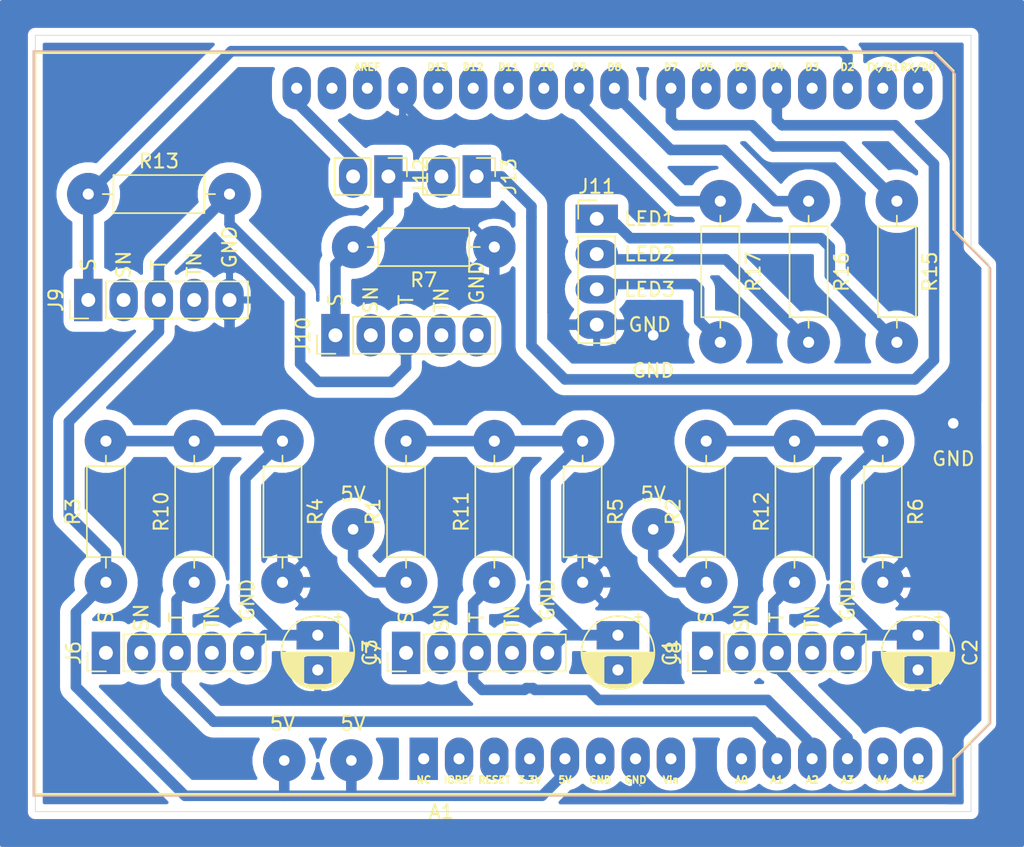
<source format=kicad_pcb>
(kicad_pcb (version 20171130) (host pcbnew 5.1.5-52549c5~84~ubuntu18.04.1)
  (layers (0 F.Cu signal) (31 B.Cu signal) (34 B.Paste user) (35 F.Paste user) (36 B.SilkS user) (37 F.SilkS user) (38 B.Mask user) (39 F.Mask user) (44 Edge.Cuts user))
  (net 0 "")
  (net 1 "Net-(A1-Pad16)")
  (net 2 "Net-(A1-Pad15)")
  (net 3 "Net-(A1-Pad30)")
  (net 4 "Net-(A1-Pad14)")
  (net 5 /GND)
  (net 6 "Net-(A1-Pad13)")
  (net 7 "Net-(A1-Pad28)")
  (net 8 "Net-(A1-Pad12)")
  (net 9 "Net-(A1-Pad27)")
  (net 10 "Net-(A1-Pad11)")
  (net 11 "Net-(A1-Pad26)")
  (net 12 "Net-(A1-Pad10)")
  (net 13 "Net-(A1-Pad25)")
  (net 14 "Net-(A1-Pad9)")
  (net 15 "Net-(A1-Pad24)")
  (net 16 "Net-(A1-Pad8)")
  (net 17 "Net-(A1-Pad23)")
  (net 18 "Net-(A1-Pad22)")
  (net 19 "Net-(A1-Pad6)")
  (net 20 "Net-(A1-Pad21)")
  (net 21 /Collector)
  (net 22 "Net-(A1-Pad20)")
  (net 23 "Net-(A1-Pad4)")
  (net 24 /Emitter)
  (net 25 "Net-(A1-Pad3)")
  (net 26 "Net-(A1-Pad18)")
  (net 27 "Net-(A1-Pad2)")
  (net 28 /Data)
  (net 29 "Net-(A1-Pad1)")
  (net 30 "Net-(A1-Pad31)")
  (net 31 "Net-(A1-Pad32)")
  (net 32 "Net-(C1-Pad1)")
  (net 33 "Net-(C2-Pad1)")
  (net 34 "Net-(C3-Pad1)")
  (net 35 "Net-(D1-Pad2)")
  (net 36 "Net-(D2-Pad2)")
  (net 37 "Net-(D3-Pad2)")
  (net 38 "Net-(J6-Pad4)")
  (net 39 "Net-(J6-Pad2)")
  (net 40 "Net-(J6-Pad1)")
  (net 41 "Net-(J7-Pad4)")
  (net 42 "Net-(J7-Pad2)")
  (net 43 "Net-(J7-Pad1)")
  (net 44 "Net-(J8-Pad4)")
  (net 45 "Net-(J8-Pad2)")
  (net 46 "Net-(J8-Pad1)")
  (net 47 "Net-(J9-Pad4)")
  (net 48 "Net-(J9-Pad2)")
  (net 49 "Net-(J10-Pad5)")
  (net 50 "Net-(J10-Pad4)")
  (net 51 "Net-(J10-Pad2)")
  (net 52 "Net-(A1-Pad19)")
  (module My_Headers:PinHeader_1x02_P2.54mm_Vertical_larger_pads (layer F.Cu) (at 137.16 67.31 270)
    (fp_text reference J13 (at 0 -2.33 90) (layer F.SilkS))
    (fp_text value Conn_01x02_Male hide)
    (pad 2 thru_hole oval (at 0 2.54 270) (size 3.048 2.032) (drill 1) (layers *.Cu *.Mask) (net 24 /Emitter))
    (pad 1 thru_hole rect (at 0 0 270) (size 3.048 2.032) (drill 1) (layers *.Cu *.Mask) (net 52 "Net-(A1-Pad19)"))
  )
  (module My_Headers:PinHeader_1x02_P2.54mm_Vertical_larger_pads (layer F.Cu) (at 130.81 67.31 270)
    (fp_text reference J12 (at 0 -2.33 90) (layer F.SilkS))
    (fp_text value Conn_01x02_Male hide)
    (pad 2 thru_hole oval (at 0 2.54 270) (size 3.048 2.032) (drill 1) (layers *.Cu *.Mask) (net 31 "Net-(A1-Pad32)"))
    (pad 1 thru_hole rect (at 0 0 270) (size 3.048 2.032) (drill 1) (layers *.Cu *.Mask) (net 24 /Emitter))
  )
  (module My_Headers:4-pin_3_LED_header_larger_pads (layer F.Cu) (at 145.796 70.358)
    (fp_text reference J11 (at 0 -2.33) (layer F.SilkS))
    (fp_text value 4-pin_3LED_header hide)
    (fp_text user GND (at 3.81 7.62) (layer F.SilkS))
    (fp_text user LED3 (at 3.81 5.08) (layer F.SilkS))
    (fp_text user LED2 (at 3.81 2.54) (layer F.SilkS))
    (fp_text user LED1 (at 3.81 0) (layer F.SilkS))
    (pad 4 thru_hole oval (at 0 7.62) (size 3.048 2.032) (drill 1) (layers *.Cu *.Mask) (net 5 /GND))
    (pad 3 thru_hole oval (at 0 5.08) (size 3.048 2.032) (drill 1) (layers *.Cu *.Mask) (net 37 "Net-(D3-Pad2)"))
    (pad 2 thru_hole oval (at 0 2.54) (size 3.048 2.032) (drill 1) (layers *.Cu *.Mask) (net 36 "Net-(D2-Pad2)"))
    (pad 1 thru_hole rect (at 0 0) (size 3.048 2.032) (drill 1) (layers *.Cu *.Mask) (net 35 "Net-(D1-Pad2)"))
  )
  (module My_Misc:CP_Radial_D5.0mm_P2.50mm_larger_pads (layer F.Cu) (at 125.73 100.33 270)
    (fp_text reference C3 (at 1.25 -3.75 90) (layer F.SilkS))
    (fp_text value 10u)
    (pad 2 thru_hole oval (at 2.5 0 270) (size 2.032 3.048) (drill 0.8) (layers *.Cu *.Mask) (net 5 /GND))
    (pad 1 thru_hole rect (at 0 0 270) (size 2.032 3.048) (drill 0.8) (layers *.Cu *.Mask) (net 34 "Net-(C3-Pad1)"))
  )
  (module My_Misc:CP_Radial_D5.0mm_P2.50mm_larger_pads (layer F.Cu) (at 168.91 100.33 270)
    (fp_text reference C2 (at 1.25 -3.75 90) (layer F.SilkS))
    (fp_text value 10u)
    (pad 2 thru_hole oval (at 2.5 0 270) (size 2.032 3.048) (drill 0.8) (layers *.Cu *.Mask) (net 5 /GND))
    (pad 1 thru_hole rect (at 0 0 270) (size 2.032 3.048) (drill 0.8) (layers *.Cu *.Mask) (net 33 "Net-(C2-Pad1)"))
  )
  (module My_Misc:CP_Radial_D5.0mm_P2.50mm_larger_pads (layer F.Cu) (at 147.32 100.33 270)
    (fp_text reference C1 (at 1.25 -3.75 90) (layer F.SilkS))
    (fp_text value 10u)
    (pad 2 thru_hole oval (at 2.5 0 270) (size 2.032 3.048) (drill 0.8) (layers *.Cu *.Mask) (net 5 /GND))
    (pad 1 thru_hole rect (at 0 0 270) (size 2.032 3.048) (drill 0.8) (layers *.Cu *.Mask) (net 32 "Net-(C1-Pad1)"))
  )
  (module My_Misc:R_Axial_DIN0207_L6.3mm_D2.5mm_P10.16mm_Horizontal_larger_pads (layer F.Cu) (at 154.686 69.088 270)
    (fp_text reference R17 (at 5.08 -2.37 90) (layer F.SilkS))
    (fp_text value 220R)
    (pad 1 thru_hole circle (at 0 0 270) (size 3.048 3.048) (drill 0.8) (layers *.Cu *.Mask) (net 15 "Net-(A1-Pad24)"))
    (pad 2 thru_hole circle (at 10.16 0 270) (size 3.048 3.048) (drill 0.8) (layers *.Cu *.Mask) (net 37 "Net-(D3-Pad2)"))
  )
  (module My_Misc:R_Axial_DIN0207_L6.3mm_D2.5mm_P10.16mm_Horizontal_larger_pads (layer F.Cu) (at 161.036 69.088 270)
    (fp_text reference R16 (at 5.08 -2.37 90) (layer F.SilkS))
    (fp_text value 220R)
    (pad 1 thru_hole circle (at 0 0 270) (size 3.048 3.048) (drill 0.8) (layers *.Cu *.Mask) (net 17 "Net-(A1-Pad23)"))
    (pad 2 thru_hole circle (at 10.16 0 270) (size 3.048 3.048) (drill 0.8) (layers *.Cu *.Mask) (net 36 "Net-(D2-Pad2)"))
  )
  (module My_Misc:R_Axial_DIN0207_L6.3mm_D2.5mm_P10.16mm_Horizontal_larger_pads (layer F.Cu) (at 167.386 69.088 270)
    (fp_text reference R15 (at 5.08 -2.37 90) (layer F.SilkS))
    (fp_text value 220R)
    (pad 1 thru_hole circle (at 0 0 270) (size 3.048 3.048) (drill 0.8) (layers *.Cu *.Mask) (net 18 "Net-(A1-Pad22)"))
    (pad 2 thru_hole circle (at 10.16 0 270) (size 3.048 3.048) (drill 0.8) (layers *.Cu *.Mask) (net 35 "Net-(D1-Pad2)"))
  )
  (module My_Misc:R_Axial_DIN0207_L6.3mm_D2.5mm_P10.16mm_Horizontal_larger_pads (layer F.Cu) (at 109.22 68.58)
    (fp_text reference R13 (at 5.08 -2.37) (layer F.SilkS))
    (fp_text value 4.7k)
    (pad 2 thru_hole circle (at 10.16 0) (size 3.048 3.048) (drill 0.8) (layers *.Cu *.Mask) (net 21 /Collector))
    (pad 1 thru_hole circle (at 0 0) (size 3.048 3.048) (drill 0.8) (layers *.Cu *.Mask) (net 28 /Data))
  )
  (module My_Misc:R_Axial_DIN0207_L6.3mm_D2.5mm_P10.16mm_Horizontal_larger_pads (layer F.Cu) (at 160.02 96.52 90)
    (fp_text reference R12 (at 5.08 -2.37 90) (layer F.SilkS))
    (fp_text value 33R)
    (pad 1 thru_hole circle (at 0 0 90) (size 3.048 3.048) (drill 0.8) (layers *.Cu *.Mask) (net 8 "Net-(A1-Pad12)"))
    (pad 2 thru_hole circle (at 10.16 0 90) (size 3.048 3.048) (drill 0.8) (layers *.Cu *.Mask) (net 33 "Net-(C2-Pad1)"))
  )
  (module My_Misc:R_Axial_DIN0207_L6.3mm_D2.5mm_P10.16mm_Horizontal_larger_pads (layer F.Cu) (at 138.43 96.52 90)
    (fp_text reference R11 (at 5.08 -2.37 90) (layer F.SilkS))
    (fp_text value 33R)
    (pad 2 thru_hole circle (at 10.16 0 90) (size 3.048 3.048) (drill 0.8) (layers *.Cu *.Mask) (net 32 "Net-(C1-Pad1)"))
    (pad 1 thru_hole circle (at 0 0 90) (size 3.048 3.048) (drill 0.8) (layers *.Cu *.Mask) (net 10 "Net-(A1-Pad11)"))
  )
  (module My_Misc:R_Axial_DIN0207_L6.3mm_D2.5mm_P10.16mm_Horizontal_larger_pads (layer F.Cu) (at 116.84 96.52 90)
    (fp_text reference R10 (at 5.08 -2.37 90) (layer F.SilkS))
    (fp_text value 33R)
    (pad 2 thru_hole circle (at 10.16 0 90) (size 3.048 3.048) (drill 0.8) (layers *.Cu *.Mask) (net 34 "Net-(C3-Pad1)"))
    (pad 1 thru_hole circle (at 0 0 90) (size 3.048 3.048) (drill 0.8) (layers *.Cu *.Mask) (net 12 "Net-(A1-Pad10)"))
  )
  (module My_Misc:R_Axial_DIN0207_L6.3mm_D2.5mm_P10.16mm_Horizontal_larger_pads (layer F.Cu) (at 138.43 72.39 180)
    (fp_text reference R7 (at 5.08 -2.37) (layer F.SilkS))
    (fp_text value 1k)
    (pad 2 thru_hole circle (at 10.16 0 180) (size 3.048 3.048) (drill 0.8) (layers *.Cu *.Mask) (net 24 /Emitter))
    (pad 1 thru_hole circle (at 0 0 180) (size 3.048 3.048) (drill 0.8) (layers *.Cu *.Mask) (net 5 /GND))
  )
  (module My_Misc:R_Axial_DIN0207_L6.3mm_D2.5mm_P10.16mm_Horizontal_larger_pads (layer F.Cu) (at 166.37 86.36 270)
    (fp_text reference R6 (at 5.08 -2.37 90) (layer F.SilkS))
    (fp_text value 10k)
    (pad 1 thru_hole circle (at 0 0 270) (size 3.048 3.048) (drill 0.8) (layers *.Cu *.Mask) (net 33 "Net-(C2-Pad1)"))
    (pad 2 thru_hole circle (at 10.16 0 270) (size 3.048 3.048) (drill 0.8) (layers *.Cu *.Mask) (net 5 /GND))
  )
  (module My_Misc:R_Axial_DIN0207_L6.3mm_D2.5mm_P10.16mm_Horizontal_larger_pads (layer F.Cu) (at 144.78 86.36 270)
    (fp_text reference R5 (at 5.08 -2.37 90) (layer F.SilkS))
    (fp_text value 10k)
    (pad 2 thru_hole circle (at 10.16 0 270) (size 3.048 3.048) (drill 0.8) (layers *.Cu *.Mask) (net 5 /GND))
    (pad 1 thru_hole circle (at 0 0 270) (size 3.048 3.048) (drill 0.8) (layers *.Cu *.Mask) (net 32 "Net-(C1-Pad1)"))
  )
  (module My_Misc:R_Axial_DIN0207_L6.3mm_D2.5mm_P10.16mm_Horizontal_larger_pads (layer F.Cu) (at 123.19 86.36 270)
    (fp_text reference R4 (at 5.08 -2.37 90) (layer F.SilkS))
    (fp_text value 10k)
    (pad 2 thru_hole circle (at 10.16 0 270) (size 3.048 3.048) (drill 0.8) (layers *.Cu *.Mask) (net 5 /GND))
    (pad 1 thru_hole circle (at 0 0 270) (size 3.048 3.048) (drill 0.8) (layers *.Cu *.Mask) (net 34 "Net-(C3-Pad1)"))
  )
  (module My_Misc:R_Axial_DIN0207_L6.3mm_D2.5mm_P10.16mm_Horizontal_larger_pads (layer F.Cu) (at 110.49 96.52 90)
    (fp_text reference R3 (at 5.08 -2.37 90) (layer F.SilkS))
    (fp_text value 10k)
    (pad 2 thru_hole circle (at 10.16 0 90) (size 3.048 3.048) (drill 0.8) (layers *.Cu *.Mask) (net 34 "Net-(C3-Pad1)"))
    (pad 1 thru_hole circle (at 0 0 90) (size 3.048 3.048) (drill 0.8) (layers *.Cu *.Mask) (net 21 /Collector))
  )
  (module My_Misc:R_Axial_DIN0207_L6.3mm_D2.5mm_P10.16mm_Horizontal_larger_pads (layer F.Cu) (at 153.67 96.52 90)
    (fp_text reference R2 (at 5.08 -2.37 90) (layer F.SilkS))
    (fp_text value 10k)
    (pad 1 thru_hole circle (at 0 0 90) (size 3.048 3.048) (drill 0.8) (layers *.Cu *.Mask) (net 21 /Collector))
    (pad 2 thru_hole circle (at 10.16 0 90) (size 3.048 3.048) (drill 0.8) (layers *.Cu *.Mask) (net 33 "Net-(C2-Pad1)"))
  )
  (module My_Misc:R_Axial_DIN0207_L6.3mm_D2.5mm_P10.16mm_Horizontal_larger_pads (layer F.Cu) (at 132.08 96.52 90)
    (fp_text reference R1 (at 5.08 -2.37 90) (layer F.SilkS))
    (fp_text value 10k)
    (pad 2 thru_hole circle (at 10.16 0 90) (size 3.048 3.048) (drill 0.8) (layers *.Cu *.Mask) (net 32 "Net-(C1-Pad1)"))
    (pad 1 thru_hole circle (at 0 0 90) (size 3.048 3.048) (drill 0.8) (layers *.Cu *.Mask) (net 21 /Collector))
  )
  (module My_Headers:5-pin_3,5mm_audio_jack_header_larger_pads (layer F.Cu) (at 127 78.74 90)
    (fp_text reference J10 (at 0 -2.33 90) (layer F.SilkS))
    (fp_text value 5-pin_3-pole_3,5mm_audio_header hide)
    (fp_text user GND (at 3.81 10.16 90) (layer F.SilkS))
    (fp_text user TN (at 2.54 7.62 90) (layer F.SilkS))
    (fp_text user T (at 2.54 5.08 90) (layer F.SilkS))
    (fp_text user SN (at 2.54 2.54 90) (layer F.SilkS))
    (fp_text user S (at 2.54 0 90) (layer F.SilkS))
    (pad 5 thru_hole oval (at 0 10.16 90) (size 3.048 2.032) (drill 1) (layers *.Cu *.Mask) (net 49 "Net-(J10-Pad5)"))
    (pad 4 thru_hole oval (at 0 7.62 90) (size 3.048 2.032) (drill 1) (layers *.Cu *.Mask) (net 50 "Net-(J10-Pad4)"))
    (pad 3 thru_hole oval (at 0 5.08 90) (size 3.048 2.032) (drill 1) (layers *.Cu *.Mask) (net 21 /Collector))
    (pad 2 thru_hole oval (at 0 2.54 90) (size 3.048 2.032) (drill 1) (layers *.Cu *.Mask) (net 51 "Net-(J10-Pad2)"))
    (pad 1 thru_hole rect (at 0 0 90) (size 3.048 2.032) (drill 1) (layers *.Cu *.Mask) (net 24 /Emitter))
  )
  (module My_Headers:5-pin_3,5mm_audio_jack_header_larger_pads (layer F.Cu) (at 109.22 76.2 90)
    (fp_text reference J9 (at 0 -2.33 90) (layer F.SilkS))
    (fp_text value 5-pin_3-pole_3,5mm_audio_header hide)
    (fp_text user GND (at 3.81 10.16 90) (layer F.SilkS))
    (fp_text user TN (at 2.54 7.62 90) (layer F.SilkS))
    (fp_text user T (at 2.54 5.08 90) (layer F.SilkS))
    (fp_text user SN (at 2.54 2.54 90) (layer F.SilkS))
    (fp_text user S (at 2.54 0 90) (layer F.SilkS))
    (pad 5 thru_hole oval (at 0 10.16 90) (size 3.048 2.032) (drill 1) (layers *.Cu *.Mask) (net 5 /GND))
    (pad 4 thru_hole oval (at 0 7.62 90) (size 3.048 2.032) (drill 1) (layers *.Cu *.Mask) (net 47 "Net-(J9-Pad4)"))
    (pad 3 thru_hole oval (at 0 5.08 90) (size 3.048 2.032) (drill 1) (layers *.Cu *.Mask) (net 21 /Collector))
    (pad 2 thru_hole oval (at 0 2.54 90) (size 3.048 2.032) (drill 1) (layers *.Cu *.Mask) (net 48 "Net-(J9-Pad2)"))
    (pad 1 thru_hole rect (at 0 0 90) (size 3.048 2.032) (drill 1) (layers *.Cu *.Mask) (net 28 /Data))
  )
  (module My_Headers:5-pin_3,5mm_audio_jack_header_larger_pads (layer F.Cu) (at 153.67 101.6 90)
    (fp_text reference J8 (at 0 -2.33 90) (layer F.SilkS))
    (fp_text value 5-pin_3-pole_3,5mm_audio_header hide)
    (fp_text user GND (at 3.81 10.16 90) (layer F.SilkS))
    (fp_text user TN (at 2.54 7.62 90) (layer F.SilkS))
    (fp_text user T (at 2.54 5.08 90) (layer F.SilkS))
    (fp_text user SN (at 2.54 2.54 90) (layer F.SilkS))
    (fp_text user S (at 2.54 0 90) (layer F.SilkS))
    (pad 5 thru_hole oval (at 0 10.16 90) (size 3.048 2.032) (drill 1) (layers *.Cu *.Mask) (net 33 "Net-(C2-Pad1)"))
    (pad 4 thru_hole oval (at 0 7.62 90) (size 3.048 2.032) (drill 1) (layers *.Cu *.Mask) (net 44 "Net-(J8-Pad4)"))
    (pad 3 thru_hole oval (at 0 5.08 90) (size 3.048 2.032) (drill 1) (layers *.Cu *.Mask) (net 8 "Net-(A1-Pad12)"))
    (pad 2 thru_hole oval (at 0 2.54 90) (size 3.048 2.032) (drill 1) (layers *.Cu *.Mask) (net 45 "Net-(J8-Pad2)"))
    (pad 1 thru_hole rect (at 0 0 90) (size 3.048 2.032) (drill 1) (layers *.Cu *.Mask) (net 46 "Net-(J8-Pad1)"))
  )
  (module My_Headers:5-pin_3,5mm_audio_jack_header_larger_pads (layer F.Cu) (at 132.08 101.6 90)
    (fp_text reference J7 (at 0 -2.33 90) (layer F.SilkS))
    (fp_text value 5-pin_3-pole_3,5mm_audio_header hide)
    (fp_text user GND (at 3.81 10.16 90) (layer F.SilkS))
    (fp_text user TN (at 2.54 7.62 90) (layer F.SilkS))
    (fp_text user T (at 2.54 5.08 90) (layer F.SilkS))
    (fp_text user SN (at 2.54 2.54 90) (layer F.SilkS))
    (fp_text user S (at 2.54 0 90) (layer F.SilkS))
    (pad 5 thru_hole oval (at 0 10.16 90) (size 3.048 2.032) (drill 1) (layers *.Cu *.Mask) (net 32 "Net-(C1-Pad1)"))
    (pad 4 thru_hole oval (at 0 7.62 90) (size 3.048 2.032) (drill 1) (layers *.Cu *.Mask) (net 41 "Net-(J7-Pad4)"))
    (pad 3 thru_hole oval (at 0 5.08 90) (size 3.048 2.032) (drill 1) (layers *.Cu *.Mask) (net 10 "Net-(A1-Pad11)"))
    (pad 2 thru_hole oval (at 0 2.54 90) (size 3.048 2.032) (drill 1) (layers *.Cu *.Mask) (net 42 "Net-(J7-Pad2)"))
    (pad 1 thru_hole rect (at 0 0 90) (size 3.048 2.032) (drill 1) (layers *.Cu *.Mask) (net 43 "Net-(J7-Pad1)"))
  )
  (module My_Headers:5-pin_3,5mm_audio_jack_header_larger_pads (layer F.Cu) (at 110.49 101.6 90)
    (fp_text reference J6 (at 0 -2.33 90) (layer F.SilkS))
    (fp_text value 5-pin_3-pole_3,5mm_audio_header hide)
    (fp_text user GND (at 3.81 10.16 90) (layer F.SilkS))
    (fp_text user TN (at 2.54 7.62 90) (layer F.SilkS))
    (fp_text user T (at 2.54 5.08 90) (layer F.SilkS))
    (fp_text user SN (at 2.54 2.54 90) (layer F.SilkS))
    (fp_text user S (at 2.54 0 90) (layer F.SilkS))
    (pad 5 thru_hole oval (at 0 10.16 90) (size 3.048 2.032) (drill 1) (layers *.Cu *.Mask) (net 34 "Net-(C3-Pad1)"))
    (pad 4 thru_hole oval (at 0 7.62 90) (size 3.048 2.032) (drill 1) (layers *.Cu *.Mask) (net 38 "Net-(J6-Pad4)"))
    (pad 3 thru_hole oval (at 0 5.08 90) (size 3.048 2.032) (drill 1) (layers *.Cu *.Mask) (net 12 "Net-(A1-Pad10)"))
    (pad 2 thru_hole oval (at 0 2.54 90) (size 3.048 2.032) (drill 1) (layers *.Cu *.Mask) (net 39 "Net-(J6-Pad2)"))
    (pad 1 thru_hole rect (at 0 0 90) (size 3.048 2.032) (drill 1) (layers *.Cu *.Mask) (net 40 "Net-(J6-Pad1)"))
  )
  (module My_Arduino:Arduino_UNO_R3_shield_larger_pads (layer F.Cu) (at 133.35 109.22)
    (fp_text reference A1 (at 1.27 3.81 180) (layer F.SilkS))
    (fp_text value Arduino_UNO_R3 hide)
    (fp_text user A5 (at 35.56 1.524) (layer F.SilkS) (effects (font (size 0.508 0.508) (thickness 0.127))))
    (fp_text user A4 (at 33.02 1.524) (layer F.SilkS) (effects (font (size 0.508 0.508) (thickness 0.127))))
    (fp_text user AREF (at -4.064 -49.784) (layer F.SilkS) (effects (font (size 0.508 0.508) (thickness 0.127))))
    (fp_text user GND (at 12.7 1.524) (layer F.SilkS) (effects (font (size 0.508 0.508) (thickness 0.127))))
    (fp_text user D13 (at 1.016 -49.784) (layer F.SilkS) (effects (font (size 0.508 0.508) (thickness 0.127))))
    (fp_text user D12 (at 3.556 -49.784) (layer F.SilkS) (effects (font (size 0.508 0.508) (thickness 0.127))))
    (fp_text user D11 (at 6.096 -49.784) (layer F.SilkS) (effects (font (size 0.508 0.508) (thickness 0.127))))
    (fp_text user D10 (at 8.636 -49.784) (layer F.SilkS) (effects (font (size 0.508 0.508) (thickness 0.127))))
    (fp_text user D9 (at 11.176 -49.784) (layer F.SilkS) (effects (font (size 0.508 0.508) (thickness 0.127))))
    (fp_text user D8 (at 13.716 -49.784) (layer F.SilkS) (effects (font (size 0.508 0.508) (thickness 0.127))))
    (fp_text user D7 (at 17.78 -49.784) (layer F.SilkS) (effects (font (size 0.508 0.508) (thickness 0.127))))
    (fp_text user D6 (at 20.32 -49.784) (layer F.SilkS) (effects (font (size 0.508 0.508) (thickness 0.127))))
    (fp_text user D5 (at 22.86 -49.784) (layer F.SilkS) (effects (font (size 0.508 0.508) (thickness 0.127))))
    (fp_text user D4 (at 25.4 -49.784) (layer F.SilkS) (effects (font (size 0.508 0.508) (thickness 0.127))))
    (fp_text user D3 (at 27.94 -49.784) (layer F.SilkS) (effects (font (size 0.508 0.508) (thickness 0.127))))
    (fp_text user D2 (at 30.48 -49.784) (layer F.SilkS) (effects (font (size 0.508 0.508) (thickness 0.127))))
    (fp_text user TX/D1 (at 33.02 -49.784) (layer F.SilkS) (effects (font (size 0.508 0.508) (thickness 0.127))))
    (fp_text user RX/D0 (at 35.56 -49.784) (layer F.SilkS) (effects (font (size 0.508 0.508) (thickness 0.127))))
    (fp_text user A5 (at 35.56 1.524) (layer F.SilkS) (effects (font (size 0.508 0.508) (thickness 0.127))))
    (fp_text user A4 (at 33.02 1.524) (layer F.SilkS) (effects (font (size 0.508 0.508) (thickness 0.127))))
    (fp_text user A3 (at 30.48 1.524) (layer F.SilkS) (effects (font (size 0.508 0.508) (thickness 0.127))))
    (fp_text user A2 (at 27.94 1.524) (layer F.SilkS) (effects (font (size 0.508 0.508) (thickness 0.127))))
    (fp_text user A1 (at 25.4 1.524) (layer F.SilkS) (effects (font (size 0.508 0.508) (thickness 0.127))))
    (fp_text user A0 (at 22.86 1.524) (layer F.SilkS) (effects (font (size 0.508 0.508) (thickness 0.127))))
    (fp_text user Vin (at 17.78 1.524) (layer F.SilkS) (effects (font (size 0.508 0.508) (thickness 0.127))))
    (fp_text user GND (at 15.24 1.524) (layer F.SilkS) (effects (font (size 0.508 0.508) (thickness 0.127))))
    (fp_text user GND (at 12.7 1.524) (layer F.SilkS) (effects (font (size 0.508 0.508) (thickness 0.127))))
    (fp_text user RESET (at 5.08 1.524) (layer F.SilkS) (effects (font (size 0.508 0.508) (thickness 0.127))))
    (fp_text user 5V (at 10.16 1.524) (layer F.SilkS) (effects (font (size 0.508 0.508) (thickness 0.127))))
    (fp_text user 3.3V (at 7.62 1.524) (layer F.SilkS) (effects (font (size 0.508 0.508) (thickness 0.127))))
    (fp_text user IOREF (at 2.54 1.524) (layer F.SilkS) (effects (font (size 0.508 0.508) (thickness 0.127))))
    (fp_text user NC (at 0 1.524) (layer F.SilkS) (effects (font (size 0.508 0.508) (thickness 0.127))))
    (pad 16 thru_hole oval (at 33.02 -48.26 270) (size 3.048 2.032) (drill 0.8) (layers *.Cu *.Mask) (net 1 "Net-(A1-Pad16)"))
    (pad 15 thru_hole oval (at 35.56 -48.26 270) (size 3.048 2.032) (drill 0.8) (layers *.Cu *.Mask) (net 2 "Net-(A1-Pad15)"))
    (pad 30 thru_hole oval (at -4.06 -48.26 270) (size 3.048 2.032) (drill 0.8) (layers *.Cu *.Mask) (net 3 "Net-(A1-Pad30)"))
    (pad 14 thru_hole oval (at 35.56 0 270) (size 3.048 2.032) (drill 0.8) (layers *.Cu *.Mask) (net 4 "Net-(A1-Pad14)"))
    (pad 29 thru_hole oval (at -1.52 -48.26 270) (size 3.048 2.032) (drill 0.8) (layers *.Cu *.Mask) (net 5 /GND))
    (pad 13 thru_hole oval (at 33.02 0 270) (size 3.048 2.032) (drill 0.8) (layers *.Cu *.Mask) (net 6 "Net-(A1-Pad13)"))
    (pad 28 thru_hole oval (at 1.02 -48.26 270) (size 3.048 2.032) (drill 0.8) (layers *.Cu *.Mask) (net 7 "Net-(A1-Pad28)"))
    (pad 12 thru_hole oval (at 30.48 0 270) (size 3.048 2.032) (drill 0.8) (layers *.Cu *.Mask) (net 8 "Net-(A1-Pad12)"))
    (pad 27 thru_hole oval (at 3.56 -48.26 270) (size 3.048 2.032) (drill 0.8) (layers *.Cu *.Mask) (net 9 "Net-(A1-Pad27)"))
    (pad 11 thru_hole oval (at 27.94 0 270) (size 3.048 2.032) (drill 0.8) (layers *.Cu *.Mask) (net 10 "Net-(A1-Pad11)"))
    (pad 26 thru_hole oval (at 6.1 -48.26 270) (size 3.048 2.032) (drill 0.8) (layers *.Cu *.Mask) (net 11 "Net-(A1-Pad26)"))
    (pad 10 thru_hole oval (at 25.4 0 270) (size 3.048 2.032) (drill 0.8) (layers *.Cu *.Mask) (net 12 "Net-(A1-Pad10)"))
    (pad 25 thru_hole oval (at 8.64 -48.26 270) (size 3.048 2.032) (drill 0.8) (layers *.Cu *.Mask) (net 13 "Net-(A1-Pad25)"))
    (pad 9 thru_hole oval (at 22.86 0 270) (size 3.048 2.032) (drill 0.8) (layers *.Cu *.Mask) (net 14 "Net-(A1-Pad9)"))
    (pad 24 thru_hole oval (at 11.18 -48.26 270) (size 3.048 2.032) (drill 0.8) (layers *.Cu *.Mask) (net 15 "Net-(A1-Pad24)"))
    (pad 8 thru_hole oval (at 17.78 0 270) (size 3.048 2.032) (drill 0.8) (layers *.Cu *.Mask) (net 16 "Net-(A1-Pad8)"))
    (pad 23 thru_hole oval (at 13.72 -48.26 270) (size 3.048 2.032) (drill 0.8) (layers *.Cu *.Mask) (net 17 "Net-(A1-Pad23)"))
    (pad 7 thru_hole oval (at 15.24 0 270) (size 3.048 2.032) (drill 0.8) (layers *.Cu *.Mask) (net 5 /GND))
    (pad 22 thru_hole oval (at 17.78 -48.26 270) (size 3.048 2.032) (drill 0.8) (layers *.Cu *.Mask) (net 18 "Net-(A1-Pad22)"))
    (pad 6 thru_hole oval (at 12.7 0 270) (size 3.048 2.032) (drill 0.8) (layers *.Cu *.Mask) (net 19 "Net-(A1-Pad6)"))
    (pad 21 thru_hole oval (at 20.32 -48.26 270) (size 3.048 2.032) (drill 0.8) (layers *.Cu *.Mask) (net 20 "Net-(A1-Pad21)"))
    (pad 5 thru_hole oval (at 10.16 0 270) (size 3.048 2.032) (drill 0.8) (layers *.Cu *.Mask) (net 21 /Collector))
    (pad 20 thru_hole oval (at 22.86 -48.26 270) (size 3.048 2.032) (drill 0.8) (layers *.Cu *.Mask) (net 22 "Net-(A1-Pad20)"))
    (pad 4 thru_hole oval (at 7.62 0 270) (size 3.048 2.032) (drill 0.8) (layers *.Cu *.Mask) (net 23 "Net-(A1-Pad4)"))
    (pad 19 thru_hole oval (at 25.4 -48.26 270) (size 3.048 2.032) (drill 0.8) (layers *.Cu *.Mask) (net 52 "Net-(A1-Pad19)"))
    (pad 3 thru_hole oval (at 5.08 0 270) (size 3.048 2.032) (drill 0.8) (layers *.Cu *.Mask) (net 25 "Net-(A1-Pad3)"))
    (pad 18 thru_hole oval (at 27.94 -48.26 270) (size 3.048 2.032) (drill 0.8) (layers *.Cu *.Mask) (net 26 "Net-(A1-Pad18)"))
    (pad 2 thru_hole oval (at 2.54 0 270) (size 3.048 2.032) (drill 0.8) (layers *.Cu *.Mask) (net 27 "Net-(A1-Pad2)"))
    (pad 17 thru_hole oval (at 30.48 -48.26 270) (size 3.048 2.032) (drill 0.8) (layers *.Cu *.Mask) (net 28 /Data))
    (pad 1 thru_hole rect (at 0 0 270) (size 3.048 2.032) (drill 0.8) (layers *.Cu *.Mask) (net 29 "Net-(A1-Pad1)"))
    (pad 31 thru_hole oval (at -6.6 -48.26 270) (size 3.048 2.032) (drill 0.8) (layers *.Cu *.Mask) (net 30 "Net-(A1-Pad31)"))
    (pad 32 thru_hole oval (at -9.14 -48.26 270) (size 3.048 2.032) (drill 0.8) (layers *.Cu *.Mask) (net 31 "Net-(A1-Pad32)"))
  )
  (gr_line (start 173.99 73.66) (end 173.99 106.68) (layer Edge.Cuts) (width 0.05))
  (gr_line (start 173.99 73.66) (end 172.72 72.39) (layer Edge.Cuts) (width 0.05))
  (gr_line (start 172.72 107.95) (end 173.99 106.68) (layer Edge.Cuts) (width 0.05))
  (gr_text 5V (at 123.19 106.68) (layer F.SilkS) (effects (font (size 1 1))))
  (gr_text 5V (at 128.27 106.68) (layer F.SilkS) (effects (font (size 1 1))))
  (gr_text 5V (at 128.27 90.17) (layer F.SilkS) (effects (font (size 1 1))))
  (gr_text 5V (at 149.86 90.17) (layer F.SilkS) (effects (font (size 1 1))))
  (gr_text GND (at 149.86 81.28) (layer F.SilkS) (effects (font (size 1 1))))
  (gr_text GND (at 171.45 87.63) (layer F.SilkS) (effects (font (size 1 1))))
  (gr_line (start 105.41 57.15) (end 105.41 113.03) (layer Edge.Cuts) (width 0.05))
  (gr_line (start 172.72 57.15) (end 105.41 57.15) (layer Edge.Cuts) (width 0.05))
  (gr_line (start 172.72 72.39) (end 172.72 57.15) (layer Edge.Cuts) (width 0.05))
  (gr_line (start 172.72 113.03) (end 105.41 113.03) (layer Edge.Cuts) (width 0.05))
  (gr_line (start 172.72 107.95) (end 173.99 106.68) (layer Edge.Cuts) (width 0.05))
  (gr_line (start 172.72 113.03) (end 172.72 107.95) (layer Edge.Cuts) (width 0.05))
  (segment (start 171.06901 110.622291) (end 171.06901 105.02901) (width 0.762) (layer B.Cu) (net 5))
  (segment (start 169.804291 111.88701) (end 171.06901 110.622291) (width 0.762) (layer B.Cu) (net 5))
  (segment (start 150.235709 111.88701) (end 169.804291 111.88701) (width 0.762) (layer B.Cu) (net 5))
  (segment (start 148.97099 110.622291) (end 150.235709 111.88701) (width 0.762) (layer B.Cu) (net 5))
  (segment (start 148.59 109.22) (end 148.97099 109.60099) (width 0.762) (layer B.Cu) (net 5))
  (segment (start 148.97099 109.60099) (end 148.97099 110.622291) (width 0.762) (layer B.Cu) (net 5))
  (segment (start 171.06901 105.02901) (end 168.91 102.87) (width 0.762) (layer B.Cu) (net 5))
  (segment (start 169.697402 96.52) (end 168.525261 96.52) (width 0.762) (layer B.Cu) (net 5))
  (segment (start 171.577001 98.399599) (end 169.697402 96.52) (width 0.762) (layer B.Cu) (net 5))
  (segment (start 171.577001 102.260401) (end 171.577001 98.399599) (width 0.762) (layer B.Cu) (net 5))
  (segment (start 168.91 102.87) (end 170.967402 102.87) (width 0.762) (layer B.Cu) (net 5))
  (segment (start 170.967402 102.87) (end 171.577001 102.260401) (width 0.762) (layer B.Cu) (net 5))
  (segment (start 168.525261 96.52) (end 166.37 96.52) (width 0.762) (layer B.Cu) (net 5))
  (segment (start 144.78 91.302838) (end 144.78 94.364739) (width 0.762) (layer B.Cu) (net 5))
  (segment (start 152.389839 83.692999) (end 144.78 91.302838) (width 0.762) (layer B.Cu) (net 5))
  (segment (start 167.650161 83.692999) (end 152.389839 83.692999) (width 0.762) (layer B.Cu) (net 5))
  (segment (start 169.037001 85.079839) (end 167.650161 83.692999) (width 0.762) (layer B.Cu) (net 5))
  (segment (start 166.37 96.52) (end 169.037001 93.852999) (width 0.762) (layer B.Cu) (net 5))
  (segment (start 169.037001 93.852999) (end 169.037001 85.079839) (width 0.762) (layer B.Cu) (net 5))
  (segment (start 144.78 94.364739) (end 144.78 96.52) (width 0.762) (layer B.Cu) (net 5))
  (segment (start 149.987001 102.742999) (end 149.86 102.87) (width 0.762) (layer B.Cu) (net 5))
  (segment (start 149.987001 98.399599) (end 149.987001 102.742999) (width 0.762) (layer B.Cu) (net 5))
  (segment (start 144.78 96.52) (end 148.107402 96.52) (width 0.762) (layer B.Cu) (net 5))
  (segment (start 148.107402 96.52) (end 149.987001 98.399599) (width 0.762) (layer B.Cu) (net 5))
  (segment (start 149.86 102.87) (end 147.32 102.87) (width 0.762) (layer B.Cu) (net 5))
  (segment (start 126.517402 96.52) (end 125.345261 96.52) (width 0.762) (layer B.Cu) (net 5))
  (segment (start 128.397001 98.399599) (end 126.517402 96.52) (width 0.762) (layer B.Cu) (net 5))
  (segment (start 128.397001 102.448999) (end 128.397001 98.399599) (width 0.762) (layer B.Cu) (net 5))
  (segment (start 125.73 102.83) (end 128.016 102.83) (width 0.762) (layer B.Cu) (net 5))
  (segment (start 128.016 102.83) (end 128.397001 102.448999) (width 0.762) (layer B.Cu) (net 5))
  (segment (start 125.345261 96.52) (end 123.19 96.52) (width 0.762) (layer B.Cu) (net 5))
  (segment (start 123.19 96.52) (end 123.19 91.302838) (width 0.762) (layer B.Cu) (net 5))
  (segment (start 152.272999 83.692999) (end 152.4 83.82) (width 0.762) (layer B.Cu) (net 5))
  (segment (start 133.475709 63.62701) (end 132.08 62.231301) (width 0.762) (layer B.Cu) (net 5))
  (segment (start 138.55701 63.62701) (end 133.475709 63.62701) (width 0.762) (layer B.Cu) (net 5))
  (segment (start 142.621011 67.691011) (end 138.55701 63.62701) (width 0.762) (layer B.Cu) (net 5))
  (segment (start 142.621011 77.089011) (end 142.621011 67.691011) (width 0.762) (layer B.Cu) (net 5))
  (segment (start 145.796 77.978) (end 143.51 77.978) (width 0.762) (layer B.Cu) (net 5))
  (segment (start 143.51 77.978) (end 142.621011 77.089011) (width 0.762) (layer B.Cu) (net 5))
  (segment (start 132.08 62.231301) (end 132.08 61.214) (width 0.762) (layer B.Cu) (net 5))
  (segment (start 132.08 61.214) (end 131.953 61.087) (width 0.762) (layer B.Cu) (net 5))
  (segment (start 139.572991 75.688252) (end 139.572991 83.692991) (width 0.762) (layer B.Cu) (net 5))
  (segment (start 139.572991 83.692991) (end 139.7 83.82) (width 0.762) (layer B.Cu) (net 5))
  (segment (start 138.43 74.545261) (end 139.572991 75.688252) (width 0.762) (layer B.Cu) (net 5))
  (segment (start 138.43 72.39) (end 138.43 74.545261) (width 0.762) (layer B.Cu) (net 5))
  (segment (start 130.799839 83.692999) (end 139.7 83.82) (width 0.762) (layer B.Cu) (net 5))
  (segment (start 139.7 83.82) (end 152.272999 83.692999) (width 0.762) (layer B.Cu) (net 5))
  (segment (start 127.254 86.36) (end 128.27 86.36) (width 0.762) (layer B.Cu) (net 5))
  (segment (start 119.38 78.486) (end 127.254 86.36) (width 0.762) (layer B.Cu) (net 5))
  (segment (start 119.38 76.2) (end 119.38 78.486) (width 0.762) (layer B.Cu) (net 5))
  (segment (start 123.19 91.302838) (end 128.27 86.36) (width 0.762) (layer B.Cu) (net 5))
  (segment (start 128.27 86.36) (end 130.799839 83.692999) (width 0.762) (layer B.Cu) (net 5))
  (segment (start 148.082 77.978) (end 148.844 78.74) (width 0.762) (layer B.Cu) (net 5))
  (segment (start 145.796 77.978) (end 148.082 77.978) (width 0.762) (layer B.Cu) (net 5))
  (segment (start 148.844 78.74) (end 149.86 78.74) (width 0.762) (layer B.Cu) (net 5))
  (segment (start 169.037001 85.079839) (end 171.439839 85.079839) (width 0.762) (layer B.Cu) (net 5))
  (segment (start 171.439839 85.079839) (end 171.439839 85.079839) (width 0.762) (layer B.Cu) (net 5))
  (via (at 171.439839 85.079839) (size 3.048) (drill 0.762) (layers F.Cu B.Cu) (net 5))
  (segment (start 149.86 78.74) (end 149.86 78.74) (width 0.762) (layer B.Cu) (net 5))
  (via (at 149.86 78.74) (size 3.048) (drill 0.762) (layers F.Cu B.Cu) (net 5))
  (segment (start 163.83 107.701301) (end 158.75 102.621301) (width 0.762) (layer B.Cu) (net 8))
  (segment (start 163.83 109.22) (end 163.83 107.701301) (width 0.762) (layer B.Cu) (net 8))
  (segment (start 158.496001 102.367302) (end 158.496001 98.043999) (width 0.762) (layer B.Cu) (net 8))
  (segment (start 158.75 102.621301) (end 158.496001 102.367302) (width 0.762) (layer B.Cu) (net 8))
  (segment (start 158.496001 98.043999) (end 160.02 96.52) (width 0.762) (layer B.Cu) (net 8))
  (segment (start 137.54101 104.26701) (end 137.16 103.886) (width 0.762) (layer B.Cu) (net 10))
  (segment (start 140.721301 104.14) (end 140.594291 104.26701) (width 0.762) (layer B.Cu) (net 10))
  (segment (start 141.218699 104.14) (end 140.721301 104.14) (width 0.762) (layer B.Cu) (net 10))
  (segment (start 141.345709 104.26701) (end 141.218699 104.14) (width 0.762) (layer B.Cu) (net 10))
  (segment (start 160.90901 108.83901) (end 160.90901 107.817709) (width 0.762) (layer B.Cu) (net 10))
  (segment (start 161.29 109.22) (end 160.90901 108.83901) (width 0.762) (layer B.Cu) (net 10))
  (segment (start 145.195709 104.26701) (end 141.345709 104.26701) (width 0.762) (layer B.Cu) (net 10))
  (segment (start 140.594291 104.26701) (end 137.54101 104.26701) (width 0.762) (layer B.Cu) (net 10))
  (segment (start 160.90901 107.817709) (end 158.080311 104.98901) (width 0.762) (layer B.Cu) (net 10))
  (segment (start 145.917709 104.98901) (end 145.195709 104.26701) (width 0.762) (layer B.Cu) (net 10))
  (segment (start 158.080311 104.98901) (end 145.917709 104.98901) (width 0.762) (layer B.Cu) (net 10))
  (segment (start 136.906001 103.632001) (end 136.906001 98.043999) (width 0.762) (layer B.Cu) (net 10))
  (segment (start 137.16 103.886) (end 136.906001 103.632001) (width 0.762) (layer B.Cu) (net 10))
  (segment (start 136.906001 98.043999) (end 138.43 96.52) (width 0.762) (layer B.Cu) (net 10))
  (segment (start 118.236999 106.552999) (end 115.57 103.886) (width 0.762) (layer B.Cu) (net 12))
  (segment (start 157.1043 106.552999) (end 118.236999 106.552999) (width 0.762) (layer B.Cu) (net 12))
  (segment (start 158.36901 107.817709) (end 157.1043 106.552999) (width 0.762) (layer B.Cu) (net 12))
  (segment (start 158.75 109.22) (end 158.36901 108.83901) (width 0.762) (layer B.Cu) (net 12))
  (segment (start 158.36901 108.83901) (end 158.36901 107.817709) (width 0.762) (layer B.Cu) (net 12))
  (segment (start 115.57 103.886) (end 115.57 101.6) (width 0.762) (layer B.Cu) (net 12))
  (segment (start 115.57 101.6) (end 115.57 97.79) (width 0.762) (layer B.Cu) (net 12))
  (segment (start 115.57 97.79) (end 116.84 96.52) (width 0.762) (layer B.Cu) (net 12))
  (segment (start 151.636699 69.088) (end 144.78 62.231301) (width 0.762) (layer B.Cu) (net 15))
  (segment (start 154.686 69.088) (end 151.636699 69.088) (width 0.762) (layer B.Cu) (net 15))
  (segment (start 144.78 62.231301) (end 144.78 60.96) (width 0.762) (layer B.Cu) (net 15))
  (segment (start 151.13 65.401275) (end 147.32 61.591275) (width 0.762) (layer B.Cu) (net 17))
  (segment (start 154.946437 65.401275) (end 151.13 65.401275) (width 0.762) (layer B.Cu) (net 17))
  (segment (start 161.036 69.088) (end 158.633162 69.088) (width 0.762) (layer B.Cu) (net 17))
  (segment (start 158.633162 69.088) (end 154.946437 65.401275) (width 0.762) (layer B.Cu) (net 17))
  (segment (start 147.32 61.591275) (end 147.32 60.96) (width 0.762) (layer B.Cu) (net 17))
  (segment (start 167.386 69.088) (end 163.44902 65.15102) (width 0.762) (layer B.Cu) (net 18))
  (segment (start 151.13 63.246) (end 151.13 60.96) (width 0.762) (layer B.Cu) (net 18))
  (segment (start 151.51101 63.62701) (end 151.13 63.246) (width 0.762) (layer B.Cu) (net 18))
  (segment (start 156.975735 63.62701) (end 151.51101 63.62701) (width 0.762) (layer B.Cu) (net 18))
  (segment (start 163.44902 65.15102) (end 158.499745 65.15102) (width 0.762) (layer B.Cu) (net 18))
  (segment (start 158.499745 65.15102) (end 156.975735 63.62701) (width 0.762) (layer B.Cu) (net 18))
  (segment (start 108.330999 98.679001) (end 108.966001 98.043999) (width 0.762) (layer B.Cu) (net 21))
  (segment (start 143.12901 109.60099) (end 143.12901 110.622291) (width 0.762) (layer B.Cu) (net 21))
  (segment (start 143.12901 110.622291) (end 141.8643 111.887001) (width 0.762) (layer B.Cu) (net 21))
  (segment (start 116.179599 111.887001) (end 108.330999 104.038401) (width 0.762) (layer B.Cu) (net 21))
  (segment (start 108.330999 104.038401) (end 108.330999 98.679001) (width 0.762) (layer B.Cu) (net 21))
  (segment (start 143.51 109.22) (end 143.12901 109.60099) (width 0.762) (layer B.Cu) (net 21))
  (segment (start 108.966001 98.043999) (end 110.49 96.52) (width 0.762) (layer B.Cu) (net 21))
  (segment (start 107.822999 84.963001) (end 114.3 78.486) (width 0.762) (layer B.Cu) (net 21))
  (segment (start 107.822999 91.697738) (end 107.822999 84.963001) (width 0.762) (layer B.Cu) (net 21))
  (segment (start 110.49 96.52) (end 110.49 94.364739) (width 0.762) (layer B.Cu) (net 21))
  (segment (start 110.49 94.364739) (end 107.822999 91.697738) (width 0.762) (layer B.Cu) (net 21))
  (segment (start 114.3 73.66) (end 117.856001 70.103999) (width 0.762) (layer B.Cu) (net 21))
  (segment (start 114.3 78.486) (end 114.3 73.66) (width 0.762) (layer B.Cu) (net 21))
  (segment (start 117.856001 70.103999) (end 119.38 68.58) (width 0.762) (layer B.Cu) (net 21))
  (segment (start 131.009085 82.096915) (end 132.08 81.026) (width 0.762) (layer B.Cu) (net 21))
  (segment (start 125.759513 82.096915) (end 131.009085 82.096915) (width 0.762) (layer B.Cu) (net 21))
  (segment (start 124.46 75.815261) (end 124.46 80.797402) (width 0.762) (layer B.Cu) (net 21))
  (segment (start 119.38 68.58) (end 119.38 70.735261) (width 0.762) (layer B.Cu) (net 21))
  (segment (start 124.46 80.797402) (end 125.759513 82.096915) (width 0.762) (layer B.Cu) (net 21))
  (segment (start 119.38 70.735261) (end 124.46 75.815261) (width 0.762) (layer B.Cu) (net 21))
  (segment (start 132.08 81.026) (end 132.08 78.74) (width 0.762) (layer B.Cu) (net 21))
  (segment (start 129.924739 96.52) (end 128.27 94.865261) (width 0.762) (layer B.Cu) (net 21))
  (segment (start 132.08 96.52) (end 129.924739 96.52) (width 0.762) (layer B.Cu) (net 21))
  (segment (start 128.27 94.865261) (end 128.27 92.71) (width 0.762) (layer B.Cu) (net 21))
  (segment (start 151.514739 96.52) (end 149.86 94.865261) (width 0.762) (layer B.Cu) (net 21))
  (segment (start 153.67 96.52) (end 151.514739 96.52) (width 0.762) (layer B.Cu) (net 21))
  (segment (start 149.86 94.865261) (end 149.86 92.71) (width 0.762) (layer B.Cu) (net 21))
  (segment (start 128.142999 111.887001) (end 128.142999 109.347001) (width 0.762) (layer B.Cu) (net 21))
  (segment (start 141.8643 111.887001) (end 128.142999 111.887001) (width 0.762) (layer B.Cu) (net 21))
  (segment (start 123.317001 111.887001) (end 123.317001 109.347001) (width 0.762) (layer B.Cu) (net 21))
  (segment (start 123.317001 111.887001) (end 116.179599 111.887001) (width 0.762) (layer B.Cu) (net 21))
  (segment (start 128.142999 111.887001) (end 123.317001 111.887001) (width 0.762) (layer B.Cu) (net 21))
  (segment (start 149.86 92.71) (end 149.86 92.71) (width 0.762) (layer B.Cu) (net 21))
  (via (at 149.86 92.71) (size 3.048) (drill 0.762) (layers F.Cu B.Cu) (net 21))
  (segment (start 128.27 92.71) (end 128.27 92.71) (width 0.762) (layer B.Cu) (net 21))
  (via (at 128.27 92.71) (size 3.048) (drill 0.762) (layers F.Cu B.Cu) (net 21))
  (segment (start 128.142999 109.347001) (end 128.142999 109.347001) (width 0.762) (layer B.Cu) (net 21))
  (via (at 128.142999 109.347001) (size 3.048) (drill 0.762) (layers F.Cu B.Cu) (net 21))
  (segment (start 123.317001 109.347001) (end 123.317001 109.347001) (width 0.762) (layer B.Cu) (net 21))
  (via (at 123.317001 109.347001) (size 3.048) (drill 0.762) (layers F.Cu B.Cu) (net 21))
  (segment (start 130.81 67.31) (end 134.62 67.31) (width 0.762) (layer B.Cu) (net 24))
  (segment (start 127 78.74) (end 127 73.66) (width 0.762) (layer B.Cu) (net 24))
  (segment (start 127 73.66) (end 128.27 72.39) (width 0.762) (layer B.Cu) (net 24))
  (segment (start 128.27 72.39) (end 130.81 69.85) (width 0.762) (layer B.Cu) (net 24))
  (segment (start 130.81 69.85) (end 130.81 67.31) (width 0.762) (layer B.Cu) (net 24))
  (segment (start 109.22 76.2) (end 109.22 68.58) (width 0.762) (layer B.Cu) (net 28))
  (segment (start 163.44899 58.29299) (end 163.83 58.674) (width 0.762) (layer B.Cu) (net 28))
  (segment (start 109.22 68.58) (end 119.50701 58.29299) (width 0.762) (layer B.Cu) (net 28))
  (segment (start 119.50701 58.29299) (end 163.44899 58.29299) (width 0.762) (layer B.Cu) (net 28))
  (segment (start 163.83 58.674) (end 163.83 60.96) (width 0.762) (layer B.Cu) (net 28))
  (segment (start 128.27 66.041301) (end 124.46 62.231301) (width 0.762) (layer B.Cu) (net 31))
  (segment (start 128.27 67.31) (end 128.27 66.041301) (width 0.762) (layer B.Cu) (net 31))
  (segment (start 124.46 62.231301) (end 124.46 60.96) (width 0.762) (layer B.Cu) (net 31))
  (segment (start 142.24 101.6) (end 143.51 100.33) (width 0.762) (layer B.Cu) (net 32))
  (segment (start 143.51 100.33) (end 147.32 100.33) (width 0.762) (layer B.Cu) (net 32))
  (segment (start 142.112999 89.027001) (end 143.256001 87.883999) (width 0.762) (layer B.Cu) (net 32))
  (segment (start 142.112999 97.800161) (end 142.112999 89.027001) (width 0.762) (layer B.Cu) (net 32))
  (segment (start 147.32 100.33) (end 144.642838 100.33) (width 0.762) (layer B.Cu) (net 32))
  (segment (start 144.642838 100.33) (end 142.112999 97.800161) (width 0.762) (layer B.Cu) (net 32))
  (segment (start 143.256001 87.883999) (end 144.78 86.36) (width 0.762) (layer B.Cu) (net 32))
  (segment (start 144.78 86.36) (end 138.43 86.36) (width 0.762) (layer B.Cu) (net 32))
  (segment (start 138.43 86.36) (end 132.08 86.36) (width 0.762) (layer B.Cu) (net 32))
  (segment (start 163.83 101.6) (end 165.1 100.33) (width 0.762) (layer B.Cu) (net 33))
  (segment (start 165.1 100.33) (end 168.91 100.33) (width 0.762) (layer B.Cu) (net 33))
  (segment (start 163.702999 89.027001) (end 164.846001 87.883999) (width 0.762) (layer B.Cu) (net 33))
  (segment (start 163.702999 97.800161) (end 163.702999 89.027001) (width 0.762) (layer B.Cu) (net 33))
  (segment (start 168.91 100.33) (end 166.232838 100.33) (width 0.762) (layer B.Cu) (net 33))
  (segment (start 166.232838 100.33) (end 163.702999 97.800161) (width 0.762) (layer B.Cu) (net 33))
  (segment (start 164.846001 87.883999) (end 166.37 86.36) (width 0.762) (layer B.Cu) (net 33))
  (segment (start 166.37 86.36) (end 160.02 86.36) (width 0.762) (layer B.Cu) (net 33))
  (segment (start 160.02 86.36) (end 153.67 86.36) (width 0.762) (layer B.Cu) (net 33))
  (segment (start 120.65 101.6) (end 121.92 100.33) (width 0.762) (layer B.Cu) (net 34))
  (segment (start 121.92 100.33) (end 125.73 100.33) (width 0.762) (layer B.Cu) (net 34))
  (segment (start 120.522999 89.027001) (end 121.666001 87.883999) (width 0.762) (layer B.Cu) (net 34))
  (segment (start 120.522999 97.800161) (end 120.522999 89.027001) (width 0.762) (layer B.Cu) (net 34))
  (segment (start 125.73 100.33) (end 123.052838 100.33) (width 0.762) (layer B.Cu) (net 34))
  (segment (start 123.052838 100.33) (end 120.522999 97.800161) (width 0.762) (layer B.Cu) (net 34))
  (segment (start 121.666001 87.883999) (end 123.19 86.36) (width 0.762) (layer B.Cu) (net 34))
  (segment (start 123.19 86.36) (end 116.84 86.36) (width 0.762) (layer B.Cu) (net 34))
  (segment (start 116.84 86.36) (end 110.49 86.36) (width 0.762) (layer B.Cu) (net 34))
  (segment (start 162.56 72.39) (end 161.925001 71.755001) (width 0.762) (layer B.Cu) (net 35))
  (segment (start 167.386 79.248) (end 162.56 74.422) (width 0.762) (layer B.Cu) (net 35))
  (segment (start 162.56 74.422) (end 162.56 72.39) (width 0.762) (layer B.Cu) (net 35))
  (segment (start 148.214302 71.755001) (end 147.198291 70.73899) (width 0.762) (layer B.Cu) (net 35))
  (segment (start 161.925001 71.755001) (end 148.214302 71.755001) (width 0.762) (layer B.Cu) (net 35))
  (segment (start 147.198291 70.73899) (end 146.05 70.73899) (width 0.762) (layer B.Cu) (net 35))
  (segment (start 161.036 79.248) (end 155.067011 73.279011) (width 0.762) (layer B.Cu) (net 36))
  (segment (start 147.198312 73.279011) (end 147.198291 73.27899) (width 0.762) (layer B.Cu) (net 36))
  (segment (start 155.067011 73.279011) (end 147.198312 73.279011) (width 0.762) (layer B.Cu) (net 36))
  (segment (start 146.93899 73.27899) (end 146.177001 72.517001) (width 0.762) (layer B.Cu) (net 36))
  (segment (start 147.198291 73.27899) (end 146.93899 73.27899) (width 0.762) (layer B.Cu) (net 36))
  (segment (start 153.162001 77.724001) (end 153.162001 75.437999) (width 0.762) (layer B.Cu) (net 37))
  (segment (start 154.686 79.248) (end 153.162001 77.724001) (width 0.762) (layer B.Cu) (net 37))
  (segment (start 153.162001 75.437999) (end 152.781012 75.05701) (width 0.762) (layer B.Cu) (net 37))
  (segment (start 152.781012 75.05701) (end 147.198291 75.05701) (width 0.762) (layer B.Cu) (net 37))
  (segment (start 147.198291 75.05701) (end 146.05 75.05701) (width 0.762) (layer B.Cu) (net 37))
  (segment (start 141.097001 70.231001) (end 141.097001 79.501999) (width 0.762) (layer B.Cu) (net 52))
  (segment (start 170.053001 66.41572) (end 167.264291 63.62701) (width 0.762) (layer B.Cu) (net 52))
  (segment (start 168.666161 81.915001) (end 170.053001 80.528161) (width 0.762) (layer B.Cu) (net 52))
  (segment (start 141.097001 79.501999) (end 143.510003 81.915001) (width 0.762) (layer B.Cu) (net 52))
  (segment (start 167.264291 63.62701) (end 159.13101 63.62701) (width 0.762) (layer B.Cu) (net 52))
  (segment (start 170.053001 80.528161) (end 170.053001 66.41572) (width 0.762) (layer B.Cu) (net 52))
  (segment (start 143.510003 81.915001) (end 168.666161 81.915001) (width 0.762) (layer B.Cu) (net 52))
  (segment (start 159.13101 63.62701) (end 158.75 63.246) (width 0.762) (layer B.Cu) (net 52))
  (segment (start 158.75 63.246) (end 158.75 60.833) (width 0.762) (layer B.Cu) (net 52))
  (segment (start 141.097001 69.469001) (end 138.938 67.31) (width 0.762) (layer B.Cu) (net 52))
  (segment (start 141.097001 70.231001) (end 141.097001 69.469001) (width 0.762) (layer B.Cu) (net 52))
  (segment (start 138.938 67.31) (end 137.16 67.31) (width 0.762) (layer B.Cu) (net 52))
  (zone (net 5) (net_name /GND) (layer B.Cu) (connect_pads (clearance 0.508)) (min_thickness 0.254) (fill yes (arc_segments 32) (thermal_gap 0.508) (thermal_bridge_width 0.508))
    (polygon (pts (xy 175.26 114.3) (xy 104.14 114.3) (xy 104.14 55.88) (xy 175.26 55.88)))
  )
  (zone (net 0) (net_name "") (layer B.Cu) (connect_pads (clearance 0.508)) (min_thickness 0.254) (fill yes (arc_segments 32) (thermal_gap 0.508) (thermal_bridge_width 0.508))
    (polygon (pts (xy 176.53 115.57) (xy 102.87 115.57) (xy 102.87 54.61) (xy 176.53 54.61)))
  )
)
</source>
